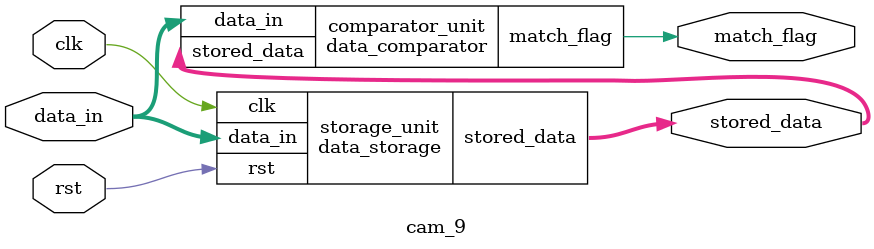
<source format=sv>
module data_storage (
    input wire clk,
    input wire rst,
    input wire [7:0] data_in,
    output wire [7:0] stored_data
);
    reg [7:0] stored_data_reg;
    
    // Sequential logic
    always @(posedge clk) begin
        if (rst)
            stored_data_reg <= 8'b0;
        else
            stored_data_reg <= data_in;
    end
    
    // Combinational logic
    assign stored_data = stored_data_reg;
endmodule

// Comparison module (pure combinational logic)
module data_comparator (
    input wire [7:0] stored_data,
    input wire [7:0] data_in,
    output wire match_flag
);
    // Pure combinational logic
    assign match_flag = (stored_data == data_in);
endmodule

// State control module with separated combinational and sequential logic
module state_controller (
    input wire clk,
    input wire rst,
    output wire [1:0] state
);
    // State definition
    localparam IDLE = 2'b00,
              COMPARE = 2'b01;
    
    reg [1:0] state_reg;
    reg [1:0] next_state;
    
    // Sequential logic
    always @(posedge clk) begin
        if (rst)
            state_reg <= IDLE;
        else
            state_reg <= next_state;
    end
    
    // Combinational logic for next state calculation
    always @(*) begin
        case (state_reg)
            IDLE: next_state = COMPARE;
            COMPARE: next_state = IDLE;
            default: next_state = IDLE;
        endcase
    end
    
    // Output assignment
    assign state = state_reg;
endmodule

// Top-level module
module cam_9 (
    input wire clk,
    input wire rst,
    input wire [7:0] data_in,
    output wire match_flag,
    output wire [7:0] stored_data
);
    wire [1:0] state;
    
    // Instantiate submodules
    data_storage storage_unit (
        .clk(clk),
        .rst(rst),
        .data_in(data_in),
        .stored_data(stored_data)
    );
    
    data_comparator comparator_unit (
        .stored_data(stored_data),
        .data_in(data_in),
        .match_flag(match_flag)
    );
    
    state_controller controller_unit (
        .clk(clk),
        .rst(rst),
        .state(state)
    );
endmodule
</source>
